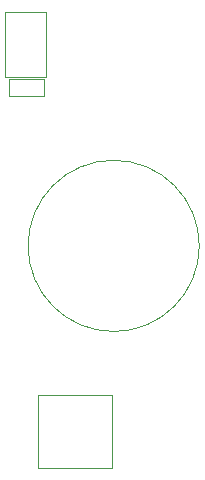
<source format=gbr>
G04 #@! TF.GenerationSoftware,KiCad,Pcbnew,(5.99.0-168-g9990dcc1b)*
G04 #@! TF.CreationDate,2019-12-17T14:25:06+03:00*
G04 #@! TF.ProjectId,SmartPartsIONBoard,536d6172-7450-4617-9274-73494f4e426f,rev?*
G04 #@! TF.SameCoordinates,Original*
G04 #@! TF.FileFunction,Other,User*
%FSLAX46Y46*%
G04 Gerber Fmt 4.6, Leading zero omitted, Abs format (unit mm)*
G04 Created by KiCad (PCBNEW (5.99.0-168-g9990dcc1b)) date 2019-12-17 14:25:06*
%MOMM*%
%LPD*%
G04 APERTURE LIST*
%ADD10C,0.050000*%
%ADD11C,0.100000*%
G04 APERTURE END LIST*
D10*
X63170000Y-69330000D02*
X63170000Y-63090000D01*
X63170000Y-63090000D02*
X69410000Y-63090000D01*
X69410000Y-63090000D02*
X69410000Y-69330000D01*
X69410000Y-69330000D02*
X63170000Y-69330000D01*
D11*
X76800000Y-50500000D02*
G75*
G03X76800000Y-50500000I-7250000J0D01*
G01*
X60390000Y-36200000D02*
X63790000Y-36200000D01*
X60390000Y-30700000D02*
X60390000Y-36200000D01*
X63790000Y-30700000D02*
X60390000Y-30700000D01*
X63790000Y-36200000D02*
X63790000Y-30700000D01*
X63650000Y-37840000D02*
X63650000Y-36380000D01*
X63650000Y-36380000D02*
X60690000Y-36380000D01*
X60690000Y-36380000D02*
X60690000Y-37840000D01*
X60690000Y-37840000D02*
X63650000Y-37840000D01*
M02*

</source>
